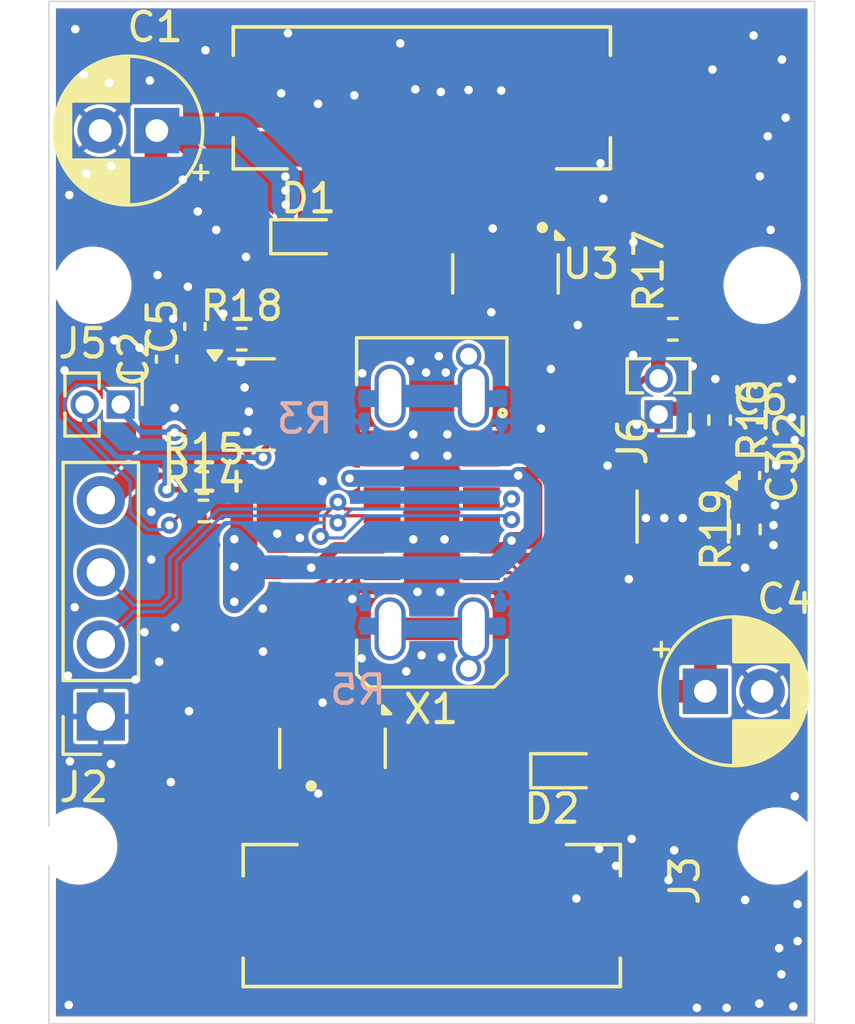
<source format=kicad_pcb>
(kicad_pcb (version 20241229) (generator "pcbnew") (generator_version "9.0")
  (layers (0 "F.Cu" signal) (4 "In1.Cu" signal) (6 "In2.Cu" signal) (2 "B.Cu" signal) (13 "F.Paste" user) (15 "B.Paste" user) (5 "F.SilkS" user "F.Silkscreen") (7 "B.SilkS" user "B.Silkscreen") (1 "F.Mask" user) (3 "B.Mask" user) (25 "Edge.Cuts" user))
  (net 0 "")
  (net 1 "VOUT1")
  (net 2 "GND")
  (net 3 "VBUS")
  (net 4 "VOUT2")
  (net 5 "RX1-")
  (net 6 "RX1+")
  (net 7 "TX1+")
  (net 8 "D+")
  (net 9 "TX1-")
  (net 10 "D-")
  (net 11 "nFLT1")
  (net 12 "EN1")
  (net 13 "EN2")
  (net 14 "nFLT2")
  (net 15 "2_D-")
  (net 16 "TX2+")
  (net 17 "2_D+")
  (net 18 "RX2+")
  (net 19 "RX2-")
  (net 20 "TX2-")
  (net 21 "Shield")
  (net 22 "Net-(U1-ILIM)")
  (net 23 "Net-(U2-ILIM)")
  (net 28 "1_D+")
  (net 29 "1_D-")
  (footprint "Capacitor_SMD:C_0402_1005Metric" (layer "F.Cu") (at 25.09 15.199999)
    (property "Reference" "C6")
    (property "Value" "10 u")
  )
  (footprint "MountingHole:MountingHole_2.5mm" (layer "F.Cu") (at 1.05 29.75)
    (property "Reference" "REF**" (hide yes))
    (property "Value" "MountingHole_2.5mm" (hide yes))
  )
  (footprint "myLib8:DFN-14_1.35x3.5mm_P0.5mm" (layer "F.Cu") (at 16.1 9.6 -90)
    (property "Reference" "U3")
    (property "Value" "SP3012-06UTG" (hide yes))
  )
  (footprint "MountingHole:MountingHole_2.5mm" (layer "F.Cu") (at 25.65 29.75)
    (property "Reference" "REF**" (hide yes))
    (property "Value" "MountingHole_2.5mm" (hide yes))
  )
  (footprint "Resistor_SMD:R_0402_1005Metric" (layer "F.Cu") (at 6.8 11.9)
    (property "Reference" "R18")
    (property "Value" "18 k")
  )
  (footprint "Connector_USB:USB_C_Receptacle_JAE_DX07S024WJ3R400" (layer "F.Cu") (at 13.5 18 -90)
    (property "Reference" "X1")
    (property "Value" "USB_C_24pins" (hide yes))
  )
  (footprint "Resistor_SMD:R_0402_1005Metric" (layer "F.Cu") (at 23.65 14.749999 -90)
    (property "Reference" "R16")
    (property "Value" "100k")
  )
  (footprint "Package_TO_SOT_SMD:SOT-23-6_Handsoldering" (layer "F.Cu") (at 22.35 18.149999 -90)
    (property "Reference" "U2")
    (property "Value" "~")
  )
  (footprint "Diode_SMD:D_SOD-523" (layer "F.Cu") (at 9.0825 8.29)
    (property "Reference" "D1")
    (property "Value" "D_TVS")
  )
  (footprint "myLib8:DFN-14_1.35x3.5mm_P0.5mm" (layer "F.Cu") (at 10 26.312501 -90)
    (property "Reference" "U4" (hide yes))
    (property "Value" "SP3012-06UTG" (hide yes))
  )
  (footprint "Resistor_SMD:R_0402_1005Metric" (layer "F.Cu") (at 24.7 18.599999 90)
    (property "Reference" "R19")
    (property "Value" "18 k")
  )
  (footprint "Connector_PinSocket_2.54mm:PinSocket_1x04_P2.54mm_Vertical" (layer "F.Cu") (at 1.83 25.19 180)
    (property "Reference" "J2")
    (property "Value" "Conn_01x04_Socket" (hide yes))
  )
  (footprint "Connector_PinHeader_1.27mm:PinHeader_1x02_P1.27mm_Vertical" (layer "F.Cu") (at 21.5 14.549999 180)
    (property "Reference" "J6")
    (property "Value" "Conn_01x02_Socket" (hide yes))
  )
  (footprint "Capacitor_THT:CP_Radial_D5.0mm_P2.00mm" (layer "F.Cu") (at 23.15 24.3)
    (property "Reference" "C4")
    (property "Value" "120 uF" (hide yes))
  )
  (footprint "Connector_PinHeader_1.27mm:PinHeader_1x02_P1.27mm_Vertical" (layer "F.Cu") (at 2.53 14.2 -90)
    (property "Reference" "J5")
    (property "Value" "Conn_01x02_Socket" (hide yes))
  )
  (footprint "my8lib:HRS_TF31-18S-0.5SH_800_" (layer "F.Cu") (at 13.5 32.2 180)
    (property "Reference" "J3")
    (property "Value" "TF31-18S-0.5SH_800_" (hide yes))
  )
  (footprint "MountingHole:MountingHole_2.5mm" (layer "F.Cu") (at 1.55 10)
    (property "Reference" "REF**" (hide yes))
    (property "Value" "MountingHole_2.5mm" (hide yes))
  )
  (footprint "Resistor_SMD:R_0402_1005Metric" (layer "F.Cu") (at 5.45 16.95)
    (property "Reference" "R15")
    (property "Value" "100k")
  )
  (footprint "Capacitor_SMD:C_0402_1005Metric" (layer "F.Cu") (at 5.15 11.45 90)
    (property "Reference" "C5")
    (property "Value" "10 u")
  )
  (footprint "MountingHole:MountingHole_2.5mm" (layer "F.Cu") (at 25.15 10)
    (property "Reference" "REF**" (hide yes))
    (property "Value" "MountingHole_2.5mm" (hide yes))
  )
  (footprint "Resistor_SMD:R_0402_1005Metric" (layer "F.Cu") (at 5.45 17.95)
    (property "Reference" "R14")
    (property "Value" "100k")
  )
  (footprint "Capacitor_SMD:C_0402_1005Metric" (layer "F.Cu") (at 24.7 16.700002 -90)
    (property "Reference" "C3")
    (property "Value" "0.1")
  )
  (footprint "my8lib:HRS_TF31-18S-0.5SH_800_" (layer "F.Cu") (at 13.15 3.4)
    (property "Reference" "J1" (hide yes))
    (property "Value" "TF31-18S-0.5SH_800_" (hide yes))
  )
  (footprint "Package_TO_SOT_SMD:SOT-23-6_Handsoldering" (layer "F.Cu") (at 7.05 14.2)
    (property "Reference" "U1" (hide yes))
    (property "Value" "~")
  )
  (footprint "Resistor_SMD:R_0402_1005Metric" (layer "F.Cu") (at 21.999999 11.55)
    (property "Reference" "R17")
    (property "Value" "100k")
  )
  (footprint "Capacitor_THT:CP_Radial_D5.0mm_P2.00mm" (layer "F.Cu") (at 3.805113 4.55 180)
    (property "Reference" "C1")
    (property "Value" "120 uF")
  )
  (footprint "Capacitor_SMD:C_0402_1005Metric" (layer "F.Cu") (at 4.15 12.6 90)
    (property "Reference" "C2")
    (property "Value" "0.1")
  )
  (footprint "Diode_SMD:D_SOD-523" (layer "F.Cu") (at 18.25 27.1)
    (property "Reference" "D2")
    (property "Value" "D_TVS")
  )
  (footprint "Resistor_SMD:R_0201_0603Metric_Pad0.64x0.40mm_HandSolder" (layer "B.Cu") (at 15.91 21.6 90)
    (property "Reference" "R2" (hide yes))
    (property "Value" "0")
  )
  (footprint "Resistor_SMD:R_0201_0603Metric_Pad0.64x0.40mm_HandSolder" (layer "B.Cu") (at 15.96 14.39 -90)
    (property "Reference" "R1" (hide yes))
    (property "Value" "0")
  )
  (footprint "Resistor_SMD:R_0201_0603Metric_Pad0.64x0.40mm_HandSolder" (layer "B.Cu") (at 11.12 14.4 -90)
    (property "Reference" "R3")
    (property "Value" "0")
  )
  (footprint "Resistor_SMD:R_0201_0603Metric_Pad0.64x0.40mm_HandSolder" (layer "B.Cu") (at 11.15 21.59 90)
    (property "Reference" "R5")
    (property "Value" "0")
  )
  (gr_rect (start 0 0) (end 27 36) (stroke (width 0.05)) (fill no) (layer "Edge.Cuts"))
  (segment (start 3.773 7.223) (end 3.773 4.582113) (width 0.8) (layer "F.Cu") (net 1))
  (segment (start 9.19 12.87) (end 9.19 11.64) (width 0.8) (layer "F.Cu") (net 1))
  (segment (start 7.01 10.46) (end 3.773 7.223) (width 0.8) (layer "F.Cu") (net 1))
  (segment (start 8.35 6.67) (end 8.34 6.66) (width 0.6) (layer "F.Cu") (net 1))
  (segment (start 8.35 7.17) (end 8.35 7.16) (width 0.6) (layer "F.Cu") (net 1))
  (segment (start 9.19 11.64) (end 8.01 10.46) (width 0.8) (layer "F.Cu") (net 1))
  (segment (start 8.35 7.16) (end 8.35 8.2575) (width 0.6) (layer "F.Cu") (net 1))
  (segment (start 8.35 8.2575) (end 8.3825 8.29) (width 0.6) (layer "F.Cu") (net 1))
  (segment (start 4.33 4.55) (end 3.805113 4.55) (width 0.6) (layer "F.Cu") (net 1))
  (segment (start 8.34 6.6) (end 8.34 6.17) (width 0.6) (layer "F.Cu") (net 1))
  (segment (start 8.3825 8.29) (end 8.07 8.29) (width 0.6) (layer "F.Cu") (net 1))
  (segment (start 8.07 8.29) (end 4.33 4.55) (width 0.6) (layer "F.Cu") (net 1))
  (segment (start 9.4 6.6) (end 8.9 6.6) (width 0.4) (layer "F.Cu") (net 1))
  (segment (start 8.01 10.46) (end 7.01 10.46) (width 0.8) (layer "F.Cu") (net 1))
  (segment (start 8.9 6.6) (end 8.34 6.6) (width 0.6) (layer "F.Cu") (net 1))
  (segment (start 8.34 6.17) (end 8.34 6.66) (width 0.6) (layer "F.Cu") (net 1))
  (segment (start 8.36 7.18) (end 8.35 7.17) (width 0.6) (layer "F.Cu") (net 1))
  (segment (start 3.773 4.582113) (end 3.805113 4.55) (width 0.8) (layer "F.Cu") (net 1))
  (segment (start 8.79 13.27) (end 9.19 12.87) (width 0.8) (layer "F.Cu") (net 1))
  (segment (start 8.35 7.16) (end 8.35 6.67) (width 0.6) (layer "F.Cu") (net 1))
  (via (at 8.34 6.17) (size 0.6) (drill 0.3) (layers "F.Cu" "B.Cu") (net 1))
  (via (at 8.35 7.16) (size 0.6) (drill 0.3) (layers "F.Cu" "B.Cu") (net 1))
  (via (at 8.34 6.66) (size 0.6) (drill 0.3) (layers "F.Cu" "B.Cu") (net 1))
  (segment (start 8.35 6.18) (end 8.34 6.17) (width 0.6) (layer "B.Cu") (net 1))
  (segment (start 8.34 6.17) (end 6.72 4.55) (width 1) (layer "B.Cu") (net 1))
  (segment (start 8.35 7.16) (end 8.35 6.18) (width 1) (layer "B.Cu") (net 1))
  (segment (start 6.72 4.55) (end 3.805113 4.55) (width 1) (layer "B.Cu") (net 1))
  (segment (start 15.25 20.75) (end 15.71 20.75) (width 0.25) (layer "F.Cu") (net 2))
  (segment (start 15.8225 20.8625) (end 15.8225 21.16) (width 0.25) (layer "F.Cu") (net 2))
  (segment (start 15.71 20.75) (end 15.8225 20.8625) (width 0.25) (layer "F.Cu") (net 2))
  (segment (start 15.71 20.75) (end 15.79 20.83) (width 0.25) (layer "F.Cu") (net 2))
  (via (at 20.73 14.91) (size 0.6) (drill 0.3) (layers "F.Cu" "B.Cu") (net 2))
  (via (at 13.85 23.1) (size 0.6) (drill 0.3) (layers "F.Cu" "B.Cu") (net 2))
  (via (at 17.7 12.95) (size 0.6) (drill 0.3) (layers "F.Cu" "B.Cu") (net 2))
  (via (at 4.3 27.5) (size 0.6) (drill 0.3) (layers "F.Cu" "B.Cu") (net 2))
  (via (at 4.72 6.28) (size 0.6) (drill 0.3) (layers "F.Cu" "B.Cu") (net 2))
  (via (at 5.25 7.4) (size 0.6) (drill 0.3) (layers "F.Cu" "B.Cu") (net 2))
  (via (at 23.4 2.4) (size 0.6) (drill 0.3) (layers "F.Cu" "B.Cu") (net 2))
  (via (at 9.49 3.61) (size 0.6) (drill 0.3) (layers "F.Cu" "B.Cu") (net 2))
  (via (at 12.92 3.1) (size 0.6) (drill 0.3) (layers "F.Cu" "B.Cu") (net 2))
  (via (at 6.15 11) (size 0.6) (drill 0.3) (layers "F.Cu" "B.Cu") (net 2))
  (via (at 0.7 35.35) (size 0.6) (drill 0.3) (layers "F.Cu" "B.Cu") (net 2))
  (via (at 10.7 21.05) (size 0.6) (drill 0.3) (layers "F.Cu" "B.Cu") (net 2))
  (via (at 25.83 34.27) (size 0.6) (drill 0.3) (layers "F.Cu" "B.Cu") (net 2))
  (via (at 3.05 23.89) (size 0.6) (drill 0.3) (layers "F.Cu" "B.Cu") (net 2))
  (via (at 25.35 4.75) (size 0.6) (drill 0.3) (layers "F.Cu" "B.Cu") (net 2))
  (via (at 22.700001 12.850001) (size 0.6) (drill 0.3) (layers "F.Cu" "B.Cu") (net 2))
  (via (at 4.38 11.18) (size 0.6) (drill 0.3) (layers "F.Cu" "B.Cu") (net 2))
  (via (at 4.9 10.05) (size 0.6) (drill 0.3) (layers "F.Cu" "B.Cu") (net 2))
  (via (at 8.19 3.24) (size 0.6) (drill 0.3) (layers "F.Cu" "B.Cu") (net 2))
  (via (at 18.65 11.4) (size 0.6) (drill 0.3) (layers "F.Cu" "B.Cu") (net 2))
  (via (at 3.2 12.2) (size 0.6) (drill 0.3) (layers "F.Cu" "B.Cu") (net 2))
  (via (at 19.45 5.7) (size 0.6) (drill 0.3) (layers "F.Cu" "B.Cu") (net 2))
  (via (at 0.67 23.75) (size 0.6) (drill 0.3) (layers "F.Cu" "B.Cu") (net 2))
  (via (at 24.55 31.65) (size 0.6) (drill 0.3) (layers "F.Cu" "B.Cu") (net 2))
  (via (at 20.55 29.5) (size 0.6) (drill 0.3) (layers "F.Cu" "B.Cu") (net 2))
  (via (at 0.91 21.34) (size 0.6) (drill 0.3) (layers "F.Cu" "B.Cu") (net 2))
  (via (at 3.83 9.64) (size 0.6) (drill 0.3) (layers "F.Cu" "B.Cu") (net 2))
  (via (at 15.6 10.95) (size 0.6) (drill 0.3) (layers "F.Cu" "B.Cu") (net 2))
  (via (at 2.2 5.8) (size 0.6) (drill 0.3) (layers "F.Cu" "B.Cu") (net 2))
  (via (at 3.89 23.26) (size 0.6) (drill 0.3) (layers "F.Cu" "B.Cu") (net 2))
  (via (at 10.77 3.31) (size 0.6) (drill 0.3) (layers "F.Cu" "B.Cu") (net 2))
  (via (at 25.05 35.3) (size 0.6) (drill 0.3) (layers "F.Cu" "B.Cu") (net 2))
  (via (at 2.31 11.94) (size 0.6) (drill 0.3) (layers "F.Cu" "B.Cu") (net 2))
  (via (at 12.9 16) (size 0.6) (drill 0.3) (layers "F.Cu" "B.Cu") (net 2))
  (via (at 15.95 3.14) (size 0.6) (drill 0.3) (layers "F.Cu" "B.Cu") (net 2))
  (via (at 13.95 18.95) (size 0.6) (drill 0.3) (layers "F.Cu" "B.Cu") (net 2))
  (via (at 21.05 18.200001) (size 0.6) (drill 0.3) (layers "F.Cu" "B.Cu") (net 2))
  (via (at 25.07 6.16) (size 0.6) (drill 0.3) (layers "F.Cu" "B.Cu") (net 2))
  (via (at 1.32 6.07) (size 0.6) (drill 0.3) (layers "F.Cu" "B.Cu") (net 2))
  (via (at 13.14 23.03) (size 0.6) (drill 0.3) (layers "F.Cu" "B.Cu") (net 2))
  (via (at 4.45 22.05) (size 0.6) (drill 0.3) (layers "F.Cu" "B.Cu") (net 2))
  (via (at 13.82 3.19) (size 0.6) (drill 0.3) (layers "F.Cu" "B.Cu") (net 2))
  (via (at 3.61 17.98) (size 0.6) (drill 0.3) (layers "F.Cu" "B.Cu") (net 2))
  (via (at 13.8 20.8) (size 0.6) (drill 0.3) (layers "F.Cu" "B.Cu") (net 2))
  (via (at 0.93 0.98) (size 0.6) (drill 0.3) (layers "F.Cu" "B.Cu") (net 2))
  (via (at 26.3 28) (size 0.6) (drill 0.3) (layers "F.Cu" "B.Cu") (net 2))
  (via (at 26.2 13.3) (size 0.6) (drill 0.3) (layers "F.Cu" "B.Cu") (net 2))
  (via (at 20.6 12.45) (size 0.6) (drill 0.3) (layers "F.Cu" "B.Cu") (net 2))
  (via (at 22.65 15.199999) (size 0.6) (drill 0.3) (layers "F.Cu" "B.Cu") (net 2))
  (via (at 12.85 18.95) (size 0.6) (drill 0.3) (layers "F.Cu" "B.Cu") (net 2))
  (via (at 26.199999 14.657001) (size 0.6) (drill 0.3) (layers "F.Cu" "B.Cu") (net 2))
  (via (at 1.22 2.58) (size 0.6) (drill 0.3) (layers "F.Cu" "B.Cu") (net 2))
  (via (at 12.737755 12.666491) (size 0.6) (drill 0.3) (layers "F.Cu" "B.Cu") (net 2))
  (via (at 19.4 29.85) (size 0.6) (drill 0.3) (layers "F.Cu" "B.Cu") (net 2))
  (via (at 8.43 1.12) (size 0.6) (drill 0.3) (layers "F.Cu" "B.Cu") (net 2))
  (via (at 19.7 16.35) (size 0.6) (drill 0.3) (layers "F.Cu" "B.Cu") (net 2))
  (via (at 9.65 24.7) (size 0.6) (drill 0.3) (layers "F.Cu" "B.Cu") (net 2))
  (via (at 25.75 33.35) (size 0.6) (drill 0.3) (layers "F.Cu" "B.Cu") (net 2))
  (via (at 12.39 1.48) (size 0.6) (drill 0.3) (layers "F.Cu" "B.Cu") (net 2))
  (via (at 12.85 15.25) (size 0.6) (drill 0.3) (layers "F.Cu" "B.Cu") (net 2))
  (via (at 0.55 13) (size 0.6) (drill 0.3) (layers "F.Cu" "B.Cu") (net 2))
  (via (at 26.4 31.8) (size 0.6) (drill 0.3) (layers "F.Cu" "B.Cu") (net 2))
  (via (at 25.45 8.05) (size 0.6) (drill 0.3) (layers "F.Cu" "B.Cu") (net 2))
  (via (at 24.55 19.95) (size 0.6) (drill 0.3) (layers "F.Cu" "B.Cu") (net 2))
  (via (at 20 30.45) (size 0.6) (drill 0.3) (layers "F.Cu" "B.Cu") (net 2))
  (via (at 26.25 35.4) (size 0.6) (drill 0.3) (layers "F.Cu" "B.Cu") (net 2))
  (via (at 6.95 9) (size 0.6) (drill 0.3) (layers "F.Cu" "B.Cu") (net 2))
  (via (at 25.98 4.1) (size 0.6) (drill 0.3) (layers "F.Cu" "B.Cu") (net 2))
  (via (at 0.72 6.82) (size 0.6) (drill 0.3) (layers "F.Cu" "B.Cu") (net 2))
  (via (at 15.65 8) (size 0.6) (drill 0.3) (layers "F.Cu" "B.Cu") (net 2))
  (via (at 26.300001 15.45) (size 0.6) (drill 0.3) (layers "F.Cu" "B.Cu") (net 2))
  (via (at 21.699999 18.2) (size 0.6) (drill 0.3) (layers "F.Cu" "B.Cu") (net 2))
  (via (at 14.05 15.25) (size 0.6) (drill 0.3) (layers "F.Cu" "B.Cu") (net 2))
  (via (at 13 20.8) (size 0.6) (drill 0.3) (layers "F.Cu" "B.Cu") (net 2))
  (via (at 13.3 13.073) (size 0.6) (drill 0.3) (layers "F.Cu" "B.Cu") (net 2))
  (via (at 13.75 12.5) (size 0.6) (drill 0.3) (layers "F.Cu" "B.Cu") (net 2))
  (via (at 8.85 18.9) (size 0.6) (drill 0.3) (layers "F.Cu" "B.Cu") (net 2))
  (via (at 9.65 16.9) (size 0.6) (drill 0.3) (layers "F.Cu" "B.Cu") (net 2))
  (via (at 7.55 22.9) (size 0.6) (drill 0.3) (layers "F.Cu" "B.Cu") (net 2))
  (via (at 8.05 18.75) (size 0.6) (drill 0.3) (layers "F.Cu" "B.Cu") (net 2))
  (via (at 14.8 3.12) (size 0.6) (drill 0.3) (layers "F.Cu" "B.Cu") (net 2))
  (via (at 9.5 27.9) (size 0.6) (drill 0.3) (layers "F.Cu" "B.Cu") (net 2))
  (via (at 3.61 19.66) (size 0.6) (drill 0.3) (layers "F.Cu" "B.Cu") (net 2))
  (via (at 13.993 13.073) (size 0.6) (drill 0.3) (layers "F.Cu" "B.Cu") (net 2))
  (via (at 7.05 14.45) (size 0.6) (drill 0.3) (layers "F.Cu" "B.Cu") (net 2))
  (via (at 4.428528 14.328528) (size 0.6) (drill 0.3) (layers "F.Cu" "B.Cu") (net 2))
  (via (at 5.52 1.72) (size 0.6) (drill 0.3) (layers "F.Cu" "B.Cu") (net 2))
  (via (at 22.35 18.2) (size 0.6) (drill 0.3) (layers "F.Cu" "B.Cu") (net 2))
  (via (at 7 15.15) (size 0.6) (drill 0.3) (layers "F.Cu" "B.Cu") (net 2))
  (via (at 4.94 25) (size 0.6) (drill 0.3) (layers "F.Cu" "B.Cu") (net 2))
  (via (at 18.6 31.6) (size 0.6) (drill 0.3) (layers "F.Cu" "B.Cu") (net 2))
  (via (at 24.85 1.2) (size 0.6) (drill 0.3) (layers "F.Cu" "B.Cu") (net 2))
  (via (at 12.6 23.6) (size 0.6) (drill 0.3) (layers "F.Cu" "B.Cu") (net 2))
  (via (at 3.37 22.22) (size 0.6) (drill 0.3) (layers "F.Cu" "B.Cu") (net 2))
  (via (at 6.770884 12.707133) (size 0.6) (drill 0.3) (layers "F.Cu" "B.Cu") (net 2))
  (via (at 14.05 16) (size 0.6) (drill 0.3) (layers "F.Cu" "B.Cu") (net 2))
  (via (at 11.03 23.14) (size 0.6) (drill 0.3) (layers "F.Cu" "B.Cu") (net 2))
  (via (at 6.9 13.6) (size 0.6) (drill 0.3) (layers "F.Cu" "B.Cu") (net 2))
  (via (at 11.05 13.1) (size 0.6) (drill 0.3) (layers "F.Cu" "B.Cu") (net 2))
  (via (at 17.35 15.05) (size 0.6) (drill 0.3) (layers "F.Cu" "B.Cu") (net 2))
  (via (at 25.650001 16.35) (size 0.6) (drill 0.3) (layers "F.Cu" "B.Cu") (net 2))
  (via (at 25.55 18.449999) (size 0.6) (drill 0.3) (layers "F.Cu" "B.Cu") (net 2))
  (via (at 26.4 33.1) (size 0.6) (drill 0.3) (layers "F.Cu" "B.Cu") (net 2))
  (via (at 19.55 6.95) (size 0.6) (drill 0.3) (layers "F.Cu" "B.Cu") (net 2))
  (via (at 3.56 2.79) (size 0.6) (drill 0.3) (layers "F.Cu" "B.Cu") (net 2))
  (via (at 20.449999 20.349999) (size 0.6) (drill 0.3) (layers "F.Cu" "B.Cu") (net 2))
  (via (at 0.74 26.77) (size 0.6) (drill 0.3) (layers "F.Cu" "B.Cu") (net 2))
  (via (at 25.55 19.150001) (size 0.6) (drill 0.3) (layers "F.Cu" "B.Cu") (net 2))
  (via (at 25.6 17.75) (size 0.6) (drill 0.3) (layers "F.Cu" "B.Cu") (net 2))
  (via (at 22.85 35.45) (size 0.6) (drill 0.3) (layers "F.Cu" "B.Cu") (net 2))
  (via (at 2.19 26.86) (size 0.6) (drill 0.3) (layers "F.Cu" "B.Cu") (net 2))
  (via (at 2.12 2.87) (size 0.6) (drill 0.3) (layers "F.Cu" "B.Cu") (net 2))
  (via (at 25.85 2.05) (size 0.6) (drill 0.3) (layers "F.Cu" "B.Cu") (net 2))
  (via (at 23.9 35.45) (size 0.6) (drill 0.3) (layers "F.Cu" "B.Cu") (net 2))
  (via (at 20.61 8.48) (size 0.6) (drill 0.3) (layers "F.Cu" "B.Cu") (net 2))
  (via (at 21.85 30.95) (size 0.6) (drill 0.3) (layers "F.Cu" "B.Cu") (net 2))
  (via (at 5.9 8.05) (size 0.6) (drill 0.3) (layers "F.Cu" "B.Cu") (net 2))
  (via (at 23.5 13.299999) (size 0.6) (drill 0.3) (layers "F.Cu" "B.Cu") (net 2))
  (via (at 7.54 21.39) (size 0.6) (drill 0.3) (layers "F.Cu" "B.Cu") (net 2))
  (via (at 22.05 29.9) (size 0.6) (drill 0.3) (layers "F.Cu" "B.Cu") (net 2))
  (segment (start 23.59 16.51) (end 23.3 16.8) (width 0.5) (layer "F.Cu") (net 3))
  (segment (start 6.311 16.102) (end 4.142396 16.102) (width 0.8) (layer "F.Cu") (net 3))
  (segment (start 4.3875 13.2) (end 5.64 13.2) (width 0.6) (layer "F.Cu") (net 3))
  (segment (start 25.08 13.83) (end 25.18 13.829999) (width 0.5) (layer "F.Cu") (net 3))
  (segment (start 5.96 16.95) (end 6.75 16.95) (width 0.5) (layer "F.Cu") (net 3))
  (segment (start 6.943554 18.943554) (end 6.95 18.95) (width 0.8) (layer "F.Cu") (net 3))
  (segment (start 24.61 14.399999) (end 25.18 13.829999) (width 0.8) (layer "F.Cu") (net 3))
  (segment (start 6.8 18.680554) (end 6.8 17.9) (width 0.8) (layer "F.Cu") (net 3))
  (segment (start 24.61 15.2) (end 23.71 15.2) (width 0.5) (layer "F.Cu") (net 3))
  (segment (start 7.210554 19.9) (end 7.210554 20.476446) (width 0.8) (layer "F.Cu") (net 3))
  (segment (start 5.7 13.25) (end 6.07 13.25) (width 0.5) (layer "F.Cu") (net 3))
  (segment (start 22.95 11.7) (end 25.08 13.83) (width 0.5) (layer "F.Cu") (net 3))
  (segment (start 16.313481 18.991601) (end 16.908399 18.991601) (width 0.6) (layer "F.Cu") (net 3))
  (segment (start 19.5 11.9) (end 19.5 14.15) (width 0.6) (layer "F.Cu") (net 3))
  (segment (start 7.210554 19.617108) (end 7.210554 19.9) (width 0.8) (layer "F.Cu") (net 3))
  (segment (start 5.96 17.95) (end 6.75 17.95) (width 0.5) (layer "F.Cu") (net 3))
  (segment (start 5.73 13.29) (end 5.76 13.32) (width 0.5) (layer "F.Cu") (net 3))
  (segment (start 3.84 15.799604) (end 2.352604 17.287) (width 0.8) (layer "F.Cu") (net 3))
  (segment (start 6.95 19.5) (end 6.537 19.913) (width 0.8) (layer "F.Cu") (net 3))
  (segment (start 1.800001 17.870001) (end 1.8 17.870001) (width 0.112) (layer "F.Cu") (net 3))
  (segment (start 6.07 13.25) (end 6.09 13.27) (width 0.5) (layer "F.Cu") (net 3))
  (segment (start 6.537 18.943554) (end 6.8 18.680554) (width 0.8) (layer "F.Cu") (net 3))
  (segment (start 4.2975 13.29) (end 4.3875 13.2) (width 0.6) (layer "F.Cu") (net 3))
  (segment (start 16.7 16.7) (end 16.55 16.7) (width 0.6) (layer "F.Cu") (net 3))
  (segment (start 23.59 15.32) (end 23.59 16.51) (width 0.5) (layer "F.Cu") (net 3))
  (segment (start 16.313481 18.991601) (end 16.055082 19.25) (width 0.4) (layer "F.Cu") (net 3))
  (segment (start 11.750001 16.75) (end 10.65 16.75) (width 0.4) (layer "F.Cu") (net 3))
  (segment (start 3.54 16.2) (end 3.489802 16.149802) (width 0.8) (layer "F.Cu") (net 3))
  (segment (start 16.313481 18.991601) (end 16.258399 18.991601) (width 0.4) (layer "F.Cu") (net 3))
  (segment (start 22.509998 11.55) (end 22.509998 10.809998) (width 0.6) (layer "F.Cu") (net 3))
  (segment (start 24.61 15.5) (end 24.7 15.590001) (width 0.5) (layer "F.Cu") (net 3))
  (segment (start 17.1 17.1) (end 16.825 16.825) (width 0.6) (layer "F.Cu") (net 3))
  (segment (start 7.260554 19.95) (end 7.210554 19.9) (width 0.8) (layer "F.Cu") (net 3))
  (segment (start 6.75 17.95) (end 6.8 17.9) (width 0.5) (layer "F.Cu") (net 3))
  (segment (start 22.3 10.6) (end 20.8 10.6) (width 0.6) (layer "F.Cu") (net 3))
  (segment (start 2.352604 17.287) (end 1.83 17.287) (width 0.8) (layer "F.Cu") (net 3))
  (segment (start 3.6 15.559604) (end 3.84 15.799604) (width 0.8) (layer "F.Cu") (net 3))
  (segment (start 6.537 21.15) (end 6.537 19.363) (width 0.8) (layer "F.Cu") (net 3))
  (segment (start 16.5 16.75) (end 15.249999 16.75) (width 0.4) (layer "F.Cu") (net 3))
  (segment (start 23.650001 15.259999) (end 23.59 15.32) (width 0.5) (layer "F.Cu") (net 3))
  (segment (start 9.25 19.95) (end 7.260554 19.95) (width 0.8) (layer "F.Cu") (net 3))
  (segment (start 6.8 16.591) (end 6.311 16.102) (width 0.8) (layer "F.Cu") (net 3))
  (segment (start 4.142396 16.102) (end 3.84 15.799604) (width 0.8) (layer "F.Cu") (net 3))
  (segment (start 6.537 21.15) (end 6.537 18.943554) (width 0.2) (layer "F.Cu") (net 3))
  (segment (start 6.537 21.15) (end 6.537 19.913) (width 0.8) (layer "F.Cu") (net 3))
  (segment (start 6.537 18.943554) (end 7.210554 19.617108) (width 0.8) (layer "F.Cu") (net 3))
  (segment (start 6.537 18.943554) (end 6.943554 18.943554) (width 0.8) (layer "F.Cu") (net 3))
  (segment (start 7.210554 20.476446) (end 6.537 21.15) (width 0.8) (layer "F.Cu") (net 3))
  (segment (start 10.1 19.25) (end 11.750001 19.25) (width 0.4) (layer "F.Cu") (net 3))
  (segment (start 6.8 17) (end 6.8 16.591) (width 0.8) (layer "F.Cu") (net 3))
  (segment (start 23.71 15.2) (end 23.650001 15.259999) (width 0.5) (layer "F.Cu") (net 3))
  (segment (start 4.2975 13.29) (end 3.6 13.9875) (width 0.8) (layer "F.Cu") (net 3))
  (segment (start 6.95 19.5) (end 6.95 18.95) (width 0.8) (layer "F.Cu") (net 3))
  (segment (start 17.1 18.8) (end 17.1 17.1) (width 0.6) (layer "F.Cu") (net 3))
  (segment (start 20.8 10.6) (end 19.5 11.9) (width 0.6) (layer "F.Cu") (net 3))
  (segment (start 9.264393 19.935607) (end 9.414393 19.935607) (width 0.4) (layer "F.Cu") (net 3))
  (segment (start 24.7 15.590001) (end 24.7 16.219999) (width 0.5) (layer "F.Cu") (net 3))
  (segment (start 9.25 19.95) (end 9.264393 19.935607) (width 0.4) (layer "F.Cu") (net 3))
  (segment (start 6.75 16.95) (end 6.8 17) (width 0.5) (layer "F.Cu") (net 3))
  (segment (start 24.61 15.5) (end 24.61 14.399999) (width 0.8) (layer "F.Cu") (net 3))
  (segment (start 9.414393 19.935607) (end 10.1 19.25) (width 0.4) (layer "F.Cu") (net 3))
  (segment (start 6.537 19.363) (end 6.95 18.95) (width 0.8) (layer "F.Cu") (net 3))
  (segment (start 5.64 13.2) (end 5.73 13.29) (width 0.6) (layer "F.Cu") (net 3))
  (segment (start 6.8 17.9) (end 6.8 17) (width 0.8) (layer "F.Cu") (net 3))
  (segment (start 5.15 12.7) (end 5.7 13.25) (width 0.5) (layer "F.Cu") (net 3))
  (segment (start 16.825 16.825) (end 16.7 16.7) (width 0.6) (layer "F.Cu") (net 3))
  (segment (start 22.509998 10.809998) (end 22.3 10.6) (width 0.6) (layer "F.Cu") (net 3))
  (segment (start 16.055082 19.25) (end 15.249999 19.25) (width 0.4) (layer "F.Cu") (net 3))
  (segment (start 16.55 16.7) (end 16.5 16.75) (width 0.4) (layer "F.Cu") (net 3))
  (segment (start 22.659999 11.7) (end 22.95 11.7) (width 0.5) (layer "F.Cu") (net 3))
  (segment (start 3.6 13.9875) (end 3.6 15.559604) (width 0.8) (layer "F.Cu") (net 3))
  (segment (start 16.908399 18.991601) (end 17.1 18.8) (width 0.6) (layer "F.Cu") (net 3))
  (segment (start 5.15 11.93) (end 5.15 12.7) (width 0.5) (layer "F.Cu") (net 3))
  (segment (start 10.65 16.75) (end 10.6 16.8) (width 0.4) (layer "F.Cu") (net 3))
  (segment (start 19.5 14.15) (end 16.825 16.825) (width 0.6) (layer "F.Cu") (net 3))
  (via (at 16.313481 18.991601) (size 0.6) (drill 0.3) (layers "F.Cu" "B.Cu") (net 3))
  (via (at 6.537 18.943554) (size 0.6) (drill 0.3) (layers "F.Cu" "B.Cu") (net 3))
  (via (at 6.537 19.913) (size 0.6) (drill 0.3) (layers "F.Cu" "B.Cu") (net 3))
  (via (at 9.25 19.95) (size 0.6) (drill 0.3) (layers "F.Cu" "B.Cu") (net 3))
  (via (at 10.6 16.8) (size 0.6) (drill 0.3) (layers "F.Cu" "B.Cu") (net 3))
  (via (at 16.55 16.7) (size 0.6) (drill 0.3) (layers "F.Cu" "B.Cu") (net 3))
  (via (at 6.537 21.15) (size 0.6) (drill 0.3) (layers "F.Cu" "B.Cu") (net 3))
  (segment (start 6.537 18.943554) (end 6.537 19.913) (width 0.8) (layer "B.Cu") (net 3))
  (segment (start 1.800001 17.870001) (end 1.8 17.870001) (width 0.112) (layer "B.Cu") (net 3))
  (segment (start 8.33 19.95) (end 8.774604 19.95) (width 0.8) (layer "B.Cu") (net 3))
  (segment (start 6.537 21.15) (end 6.537 19.913) (width 0.8) (layer "B.Cu") (net 3))
  (segment (start 17.04192 17.19192) (end 16.55 16.7) (width 0.6) (layer "B.Cu") (net 3))
  (segment (start 8.293 19.913) (end 8.33 19.95) (width 0.8) (layer "B.Cu") (net 3))
  (segment (start 6.537 19.913) (end 8.293 19.913) (width 0.8) (layer "B.Cu") (net 3))
  (segment (start 6.537 18.943554) (end 7.210554 19.617108) (width 0.8) (layer "B.Cu") (net 3))
  (segment (start 10.6 16.8) (end 16.45 16.8) (width 0.6) (layer "B.Cu") (net 3))
  (segment (start 16.456554 19.25) (end 17.04192 18.664634) (width 0.6) (layer "B.Cu") (net 3))
  (segment (start 17.04192 18.664634) (end 17.04192 17.19192) (width 0.6) (layer "B.Cu") (net 3))
  (segment (start 15.757922 19.948632) (end 16.456554 19.25) (width 0.8) (layer "B.Cu") (net 3))
  (segment (start 9.25 19.95) (end 9 19.95) (width 0.8) (layer "B.Cu") (net 3))
  (segment (start 7.210554 20.476446) (end 6.537 21.15) (width 0.8) (layer "B.Cu") (net 3))
  (segment (start 9.25 19.95) (end 9.814393 19.95) (width 0.8) (layer "B.Cu") (net 3))
  (segment (start 9.814393 19.95) (end 9.815761 19.948632) (width 0.8) (layer "B.Cu") (net 3))
  (segment (start 16.45 16.8) (end 16.55 16.7) (width 0.6) (layer "B.Cu") (net 3))
  (segment (start 7.210554 19.617108) (end 7.210554 20.476446) (width 0.8) (layer "B.Cu") (net 3))
  (segment (start 9.815761 19.948632) (end 15.757922 19.948632) (width 0.8) (layer "B.Cu") (net 3))
  (segment (start 17.25 28.25) (end 17.25 30.045) (width 0.4) (layer "F.Cu") (net 4))
  (segment (start 17.75 28.15) (end 17.75 30.045) (width 0.4) (layer "F.Cu") (net 4))
  (segment (start 18.65 24.3) (end 23.15 24.3) (width 0.8) (layer "F.Cu") (net 4))
  (segment (start 23.15 20.861018) (end 23.15 24.3) (width 0.8) (layer "F.Cu") (net 4))
  (segment (start 23.253 19.849999) (end 23.35 19.85) (width 0.8) (layer "F.Cu") (net 4))
  (segment (start 17.55 27.95) (end 17.75 28.15) (width 0.4) (layer "F.Cu") (net 4))
  (segment (start 17.55 25.4) (end 18.65 24.3) (width 0.8) (layer "F.Cu") (net 4))
  (segment (start 17.55 27.95) (end 17.55 25.4) (width 0.8) (layer "F.Cu") (net 4))
  (segment (start 23.253 20.758018) (end 23.15 20.861018) (width 0.8) (layer "F.Cu") (net 4))
  (segment (start 23.253 20.758018) (end 23.253 19.849999) (width 0.8) (layer "F.Cu") (net 4))
  (segment (start 17.55 27.95) (end 17.25 28.25) (width 0.4) (layer "F.Cu") (net 4))
  (segment (start 16.2305 10.993001) (end 16.1 10.862501) (width 0.112) (layer "F.Cu") (net 5))
  (segment (start 15.80398 11.4305) (end 15.8505 11.4305) (width 0.112) (layer "F.Cu") (net 5))
  (segment (start 16.066 7.266) (end 16.066 7.434) (width 0.112) (layer "F.Cu") (net 5))
  (segment (start 16.1 9.95) (end 16.2305 9.8195) (width 0.112) (layer "F.Cu") (net 5))
  (segment (start 16.066 7.434) (end 16.234 7.434) (width 0.112) (layer "F.Cu") (net 5))
  (segment (start 11.3505 11.4305) (end 15.39602 11.4305) (width 0.112) (layer "F.Cu") (net 5))
  (segment (start 10.2805 15.761365) (end 10.2805 12.5005) (width 0.112) (layer "F.Cu") (net 5))
  (segment (start 10.638635 16.1195) (end 10.2805 15.761365) (width 0.112) (layer "F.Cu") (net 5))
  (segment (start 16.1 10.862501) (end 16.1 10.225) (width 0.112) (layer "F.Cu") (net 5))
  (segment (start 15.9 6.6) (end 15.9 7.1) (width 0.112) (layer "F.Cu") (net 5))
  (segment (start 16.234 7.434) (end 16.2805 7.4805) (width 0.112) (layer "F.Cu") (net 5))
  (segment (start 11.75 16.25) (end 11.235 16.25) (width 0.112) (layer "F.Cu") (net 5))
  (segment (start 15.39952 11.434) (end 15.80048 11.434) (width 0.112) (layer "F.Cu") (net 5))
  (segment (start 16.2305 9.8195) (end 16.2305 9.743001) (width 0.112) (layer "F.Cu") (net 5))
  (segment (start 16.1 8.337499) (end 16.2305 8.206999) (width 0.112) (layer "F.Cu") (net 5))
  (segment (start 16.1 10.225) (end 16.1 9.95) (width 0.112) (layer "F.Cu") (net 5))
  (segment (start 15.80048 11.434) (end 15.80398 11.4305) (width 0.112) (layer "F.Cu") (net 5))
  (segment (start 11.1045 16.1195) (end 10.638635 16.1195) (width 0.112) (layer "F.Cu") (net 5))
  (segment (start 16.2305 9.743001) (end 16.1 9.612501) (width 0.112) (layer "F.Cu") (net 5))
  (segment (start 11.235 16.25) (end 11.1045 16.1195) (width 0.112) (layer "F.Cu") (net 5))
  (segment (start 16.2805 7.4805) (end 16.2805 7.55953) (width 0.112) (layer "F.Cu") (net 5))
  (segment (start 15.9 7.1) (end 16.066 7.266) (width 0.112) (layer "F.Cu") (net 5))
  (segment (start 16.2305 7.60953) (end 16.2805 7.55953) (width 0.112) (layer "F.Cu") (net 5))
  (segment (start 16.2305 8.206999) (end 16.2305 7.60953) (width 0.112) (layer "F.Cu") (net 5))
  (segment (start 16.1 9.612501) (end 16.1 8.975) (width 0.112) (layer "F.Cu") (net 5))
  (segment (start 16.1 8.975) (end 16.1 8.337499) (width 0.112) (layer "F.Cu") (net 5))
  (segment (start 16.2305 11.0505) (end 16.2305 10.993001) (width 0.112) (layer "F.Cu") (net 5))
  (segment (start 15.39602 11.4305) (end 15.39952 11.434) (width 0.112) (layer "F.Cu") (net 5))
  (segment (start 10.2805 12.5005) (end 11.3505 11.4305) (width 0.112) (layer "F.Cu") (net 5))
  (segment (start 15.8505 11.4305) (end 16.2305 11.0505) (width 0.112) (layer "F.Cu") (net 5))
  (segment (start 11.1045 15.8805) (end 11.235 15.75) (width 0.112) (layer "F.Cu") (net 6))
  (segment (start 16.9 7.1) (end 16.734 7.266) (width 0.112) (layer "F.Cu") (net 6))
  (segment (start 10.5195 15.662365) (end 10.737635 15.8805) (width 0.112) (layer "F.Cu") (net 6))
  (segment (start 16.5195 7.4805) (end 16.5195 7.65853) (width 0.112) (layer "F.Cu") (net 6))
  (segment (start 11.4495 11.6695) (end 15.25 11.6695) (width 0.112) (layer "F.Cu") (net 6))
  (segment (start 10.737635 15.8805) (end 11.1045 15.8805) (width 0.112) (layer "F.Cu") (net 6))
  (segment (start 16.6 10.225) (end 16.6 9.95) (width 0.112) (layer "F.Cu") (net 6))
  (segment (start 10.5195 12.5995) (end 11.4495 11.6695) (width 0.112) (layer "F.Cu") (net 6))
  (segment (start 16.4695 7.70853) (end 16.5195 7.65853) (width 0.112) (layer "F.Cu") (net 6))
  (segment (start 16.9 6.6) (end 16.9 7.1) (width 0.112) (layer "F.Cu") (net 6))
  (segment (start 16.6 10.862501) (end 16.6 10.225) (width 0.112) (layer "F.Cu") (net 6))
  (segment (start 15.296202 11.67148) (end 15.299703 11.67498) (width 0.112) (layer "F.Cu") (net 6))
  (segment (start 16.6 8.337499) (end 16.4695 8.206999) (width 0.112) (layer "F.Cu") (net 6))
  (segment (start 16.6 8.975) (end 16.6 8.337499) (width 0.112) (layer "F.Cu") (net 6))
  (segment (start 15.900298 11.67498) (end 15.903797 11.67148) (width 0.112) (layer "F.Cu") (net 6))
  (segment (start 15.25 11.67148) (end 15.296202 11.67148) (width 0.112) (layer "F.Cu") (net 6))
  (segment (start 16.734 7.266) (end 16.734 7.434) (width 0.112) (layer "F.Cu") (net 6))
  (segment (start 15.950318 11.67148) (end 16.4695 11.152298) (width 0.112) (layer "F.Cu") (net 6))
  (segment (start 16.566 7.434) (end 16.5195 7.4805) (width 0.112) (layer "F.Cu") (net 6))
  (segment (start 16.4695 11.152298) (end 16.4695 10.993001) (width 0.112) (layer "F.Cu") (net 6))
  (segment (start 16.4695 9.743001) (end 16.6 9.612501) (width 0.112) (layer "F.Cu") (net 6))
  (segment (start 16.4695 8.206999) (end 16.4695 7.70853) (width 0.112) (layer "F.Cu") (net 6))
  (segment (start 16.4695 9.8195) (end 16.4695 9.743001) (width 0.112) (layer "F.Cu") (net 6))
  (segment (start 15.299703 11.67498) (end 15.900298 11.67498) (width 0.112) (layer "F.Cu") (net 6))
  (segment (start 15.903797 11.67148) (end 15.950318 11.67148) (width 0.112) (layer "F.Cu") (net 6))
  (segment (start 16.734 7.434) (end 16.566 7.434) (width 0.112) (layer "F.Cu") (net 6))
  (segment (start 16.4695 10.993001) (end 16.6 10.862501) (width 0.112) (layer "F.Cu") (net 6))
  (segment (start 16.6 9.612501) (end 16.6 8.975) (width 0.112) (layer "F.Cu") (net 6))
  (segment (start 16.6 9.95) (end 16.4695 9.8195) (width 0.112) (layer "F.Cu") (net 6))
  (segment (start 11.235 15.75) (end 11.75 15.75) (width 0.112) (layer "F.Cu") (net 6))
  (segment (start 10.5195 12.5995) (end 10.5195 15.662365) (width 0.112) (layer "F.Cu") (net 6))
  (segment (start 18.2105 5.4895) (end 17.0905 4.3695) (width 0.112) (layer "F.Cu") (net 7))
  (segment (start 14.566 5.766) (end 14.734 5.766) (width 0.112) (layer "F.Cu") (net 7))
  (segment (start 17.1 10.5) (end 17.2305 10.6305) (width 0.112) (layer "F.Cu") (net 7))
  (segment (start 14.9595 4.3695) (end 14.5195 4.8095) (width 0.112) (layer "F.Cu") (net 7))
  (segment (start 17.2305 10.6305) (end 17.2305 11.0005) (width 0.112) (layer "F.Cu") (net 7))
  (segment (start 16.4805 15.581881) (end 16.181881 15.8805) (width 0.112) (layer "F.Cu") (net 7))
  (segment (start 15.25 15.75) (end 15.3805 15.8805) (width 0.112) (layer "F.Cu") (net 7))
  (segment (start 14.734 5.766) (end 14.734 5.934) (width 0.112) (layer "F.Cu") (net 7))
  (segment (start 17.2305 8.3005) (end 18.2105 7.3205) (width 0.112) (layer "F.Cu") (net 7))
  (segment (start 15.765 15.75) (end 15.25 15.75) (width 0.112) (layer "F.Cu") (net 7))
  (segment (start 15.8955 15.8805) (end 15.765 15.75) (width 0.112) (layer "F.Cu") (net 7))
  (segment (start 14.9 6.1) (end 14.9 6.6) (width 0.112) (layer "F.Cu") (net 7))
  (segment (start 16.181881 15.8805) (end 15.8955 15.8805) (width 0.112) (layer "F.Cu") (net 7))
  (segment (start 14.5195 5.7195) (end 14.566 5.766) (width 0.112) (layer "F.Cu") (net 7))
  (segment (start 18.2105 7.3205) (end 18.2105 5.4895) (width 0.112) (layer "F.Cu") (net 7))
  (segment (start 17.1 8.7) (end 17.2305 8.5695) (width 0.112) (layer "F.Cu") (net 7))
  (segment (start 17.1 8.975) (end 17.1 8.7) (width 0.112) (layer "F.Cu") (net 7))
  (segment (start 14.734 7.266) (end 14.9 7.1) (width 0.112) (layer "F.Cu") (net 7))
  (segment (start 14.9 7.1) (end 14.9 6.6) (width 0.112) (layer "F.Cu") (net 7))
  (segment (start 17.1 10.225) (end 17.1 10.5) (width 0.112) (layer "F.Cu") (net 7))
  (segment (start 17.2305 8.5695) (end 17.2305 8.3005) (width 0.112) (layer "F.Cu") (net 7))
  (segment (start 17.2305 11.0005) (end 16.4805 11.7505) (width 0.112) (layer "F.Cu") (net 7))
  (segment (start 14.5195 4.8095) (end 14.5195 5.7195) (width 0.112) (layer "F.Cu") (net 7))
  (segment (start 16.4805 11.7505) (end 16.4805 15.581881) (width 0.112) (layer "F.Cu") (net 7))
  (segment (start 14.734 5.934) (end 14.9 6.1) (width 0.112) (layer "F.Cu") (net 7))
  (segment (start 17.0905 4.3695) (end 14.9595 4.3695) (width 0.112) (layer "F.Cu") (net 7))
  (segment (start 15.8955 17.8805) (end 15.765 17.75) (width 0.112) (layer "F.Cu") (net 8))
  (segment (start 11.235 18.25) (end 11.1045 18.1195) (width 0.112) (layer "F.Cu") (net 8))
  (segment (start 11.1045 18.1195) (end 10.433 18.1195) (width 0.112) (layer "F.Cu") (net 8))
  (segment (start 16.313477 17.527) (end 15.959977 17.8805) (width 0.112) (layer "F.Cu") (net 8))
  (segment (start 10.433 18.1195) (end 10.189 18.3635) (width 0.112) (layer "F.Cu") (net 8))
  (segment (start 15.765 17.75) (end 15.25 17.75) (width 0.112) (layer "F.Cu") (net 8))
  (segment (start 11.75 18.25) (end 11.235 18.25) (width 0.112) (layer "F.Cu") (net 8))
  (segment (start 15.959977 17.8805) (end 15.8955 17.8805) (width 0.112) (layer "F.Cu") (net 8))
  (via (at 10.189 18.3635) (size 0.6) (drill 0.3) (layers "F.Cu" "B.Cu") (net 8))
  (via (at 16.313477 17.527) (size 0.6) (drill 0.3) (layers "F.Cu" "B.Cu") (net 8))
  (segment (start 2.9795 21.5005) (end 3.079912 21.5005) (width 0.112) (layer "B.Cu") (net 8))
  (segment (start 4.5005 21.039912) (end 4.5005 21.039911) (width 0.112) (layer "B.Cu") (net 8))
  (segment (start 10.672 17.8805) (end 10.189 18.3635) (width 0.112) (layer "B.Cu") (net 8))
  (segment (start 9.845588 18.1205) (end 9.946 18.1205) (width 0.112) (layer "B.Cu") (net 8))
  (segment (start 6.095318 18.1205) (end 9.845588 18.1205) (width 0.112) (layer "B.Cu") (net 8))
  (segment (start 4.039911 21.5005) (end 4.039912 21.5005) (width 0.112) (layer "B.Cu") (net 8))
  (segment (start 4.5005 21.039911) (end 4.5005 20.841088) (width 0.112) (layer "B.Cu") (net 8))
  (segment (start 4.5005 19.715318) (end 6.095318 18.1205) (width 0.112) (layer "B.Cu") (net 8))
  (segment (start 4.5005 20.841088) (end 4.5005 19.715318) (width 0.112) (layer "B.Cu") (net 8))
  (segment (start 16.313477 17.527) (end 15.959977 17.8805) (width 0.112) (layer "B.Cu") (net 8))
  (segment (start 4.039912 21.5005) (end 4.5005 21.039912) (width 0.112) (layer "B.Cu") (net 8))
  (segment (start 3.079912 21.5005) (end 3.841088 21.5005) (width 0.112) (layer "B.Cu") (net 8))
  (segment (start 1.83 22.65) (end 2.9795 21.5005) (width 0.112) (layer "B.Cu") (net 8))
  (segment (start 15.959977 17.8805) (end 10.672 17.8805) (width 0.112) (layer "B.Cu") (net 8))
  (segment (start 3.841088 21.5005) (end 4.039911 21.5005) (width 0.112) (layer "B.Cu") (net 8))
  (segment (start 9.946 18.1205) (end 10.189 18.3635) (width 0.112) (layer "B.Cu") (net 8))
  (segment (start 14.066 5.766) (end 14.066 5.934) (width 0.112) (layer "F.Cu") (net 9))
  (segment (start 14.066 5.934) (end 13.9 6.1) (width 0.112) (layer "F.Cu") (net 9))
  (segment (start 14.2805 5.7195) (end 14.234 5.766) (width 0.112) (layer "F.Cu") (net 9))
  (segment (start 17.4695 11.0995) (end 16.7195 11.8495) (width 0.112) (layer "F.Cu") (net 9))
  (segment (start 17.6 8.7) (end 17.4695 8.5695) (width 0.112) (layer "F.Cu") (net 9))
  (segment (start 17.4695 10.6305) (end 17.4695 11.0995) (width 0.112) (layer "F.Cu") (net 9))
  (segment (start 16.7195 15.680881) (end 16.280881 16.1195) (width 0.112) (layer "F.Cu") (net 9))
  (segment (start 13.9 6.1) (end 13.9 6.6) (width 0.112) (layer "F.Cu") (net 9))
  (segment (start 15.765 16.25) (end 15.25 16.25) (width 0.112) (layer "F.Cu") (net 9))
  (segment (start 15.8955 16.1195) (end 15.765 16.25) (width 0.112) (layer "F.Cu") (net 9))
  (segment (start 17.4695 8.5695) (end 17.4695 8.3995) (width 0.112) (layer "F.Cu") (net 9))
  (segment (start 14.234 5.766) (end 14.066 5.766) (width 0.112) (layer "F.Cu") (net 9))
  (segment (start 17.4695 8.3995) (end 18.4495 7.4195) (width 0.112) (layer "F.Cu") (net 9))
  (segment (start 16.280881 16.1195) (end 15.8955 16.1195) (width 0.112) (layer "F.Cu") (net 9))
  (segment (start 14.2805 4.7105) (end 14.2805 5.7195) (width 0.112) (layer "F.Cu") (net 9))
  (segment (start 18.4495 7.4195) (end 18.4495 5.3905) (width 0.112) (layer "F.Cu") (net 9))
  (segment (start 17.1895 4.1305) (end 14.8605 4.1305) (width 0.112) (layer "F.Cu") (net 9))
  (segment (start 15.25 16.25) (end 15.3805 16.1195) (width 0.112) (layer "F.Cu") (net 9))
  (segment (start 17.6 10.5) (end 17.4695 10.6305) (width 0.112) (layer "F.Cu") (net 9))
  (segment (start 17.6 10.225) (end 17.6 10.5) (width 0.112) (layer "F.Cu") (net 9))
  (segment (start 14.8605 4.1305) (end 14.2805 4.7105) (width 0.112) (layer "F.Cu") (net 9))
  (segment (start 18.4495 5.3905) (end 17.1895 4.1305) (width 0.112) (layer "F.Cu") (net 9))
  (segment (start 16.7195 11.8495) (end 16.7195 15.680881) (width 0.112) (layer "F.Cu") (net 9))
  (segment (start 17.6 8.975) (end 17.6 8.7) (width 0.112) (layer "F.Cu") (net 9))
  (segment (start 11.75 17.75) (end 11.235 17.75) (width 0.112) (layer "F.Cu") (net 10))
  (segment (start 15.8955 18.1195) (end 15.765 18.25) (width 0.112) (layer "F.Cu") (net 10))
  (segment (start 16.31492 18.254003) (end 16.180417 18.1195) (width 0.112) (layer "F.Cu") (net 10))
  (segment (start 10.433 17.8805) (end 10.189 17.6365) (width 0.112) (layer "F.Cu") (net 10))
  (segment (start 9.575155 18.800161) (end 9.706 18.669316) (width 0.112) (layer "F.Cu") (net 10))
  (segment (start 11.235 17.75) (end 11.1045 17.8805) (width 0.112) (layer "F.Cu") (net 10))
  (segment (start 16.180417 18.1195) (end 15.8955 18.1195) (width 0.112) (layer "F.Cu") (net 10))
  (segment (start 11.1045 17.8805) (end 10.433 17.8805) (width 0.112) (layer "F.Cu") (net 10))
  (segment (start 9.706 18.669316) (end 9.706 18.1195) (width 0.112) (layer "F.Cu") (net 10))
  (segment (start 9.575155 18.848203) (end 9.575155 18.800161) (width 0.112) (layer "F.Cu") (net 10))
  (segment (start 15.765 18.25) (end 15.25 18.25) (width 0.112) (layer "F.Cu") (net 10))
  (segment (start 9.706 18.1195) (end 10.189 17.6365) (width 0.112) (layer "F.Cu") (net 10))
  (via (at 10.189 17.6365) (size 0.6) (drill 0.3) (layers "F.Cu" "B.Cu") (net 10))
  (via (at 9.575155 18.848203) (size 0.6) (drill 0.3) (layers "F.Cu" "B.Cu") (net 10))
  (via (at 16.31492 18.254003) (size 0.6) (drill 0.3) (layers "F.Cu" "B.Cu") (net 10))
  (segment (start 4.2605 19.615906) (end 5.995906 17.8805) (width 0.112) (layer "B.Cu") (net 10))
  (segment (start 9.945 17.8805) (end 10.189 17.6365) (width 0.112) (layer "B.Cu") (net 10))
  (segment (start 2.9805 21.2605) (end 3.9405 21.2605) (width 0.112) (layer "B.Cu") (net 10))
  (segment (start 1.83 20.110001) (end 2.9805 21.2605) (width 0.112) (layer "B.Cu") (net 10))
  (segment (start 3.9405 21.2605) (end 4.2605 20.9405) (width 0.112) (layer "B.Cu") (net 10))
  (segment (start 9.626952 18.9) (end 10.3695 18.9) (width 0.112) (layer "B.Cu") (net 10))
  (segment (start 11.15 18.1195) (end 16.180417 18.1195) (width 0.112) (layer "B.Cu") (net 10))
  (segment (start 10.3695 18.9) (end 11.15 18.1195) (width 0.112) (layer "B.Cu") (net 10))
  (segment (start 4.2605 20.9405) (end 4.2605 19.615906) (width 0.112) (layer "B.Cu") (net 10))
  (segment (start 16.180417 18.1195) (end 16.31492 18.254003) (width 0.112) (layer "B.Cu") (net 10))
  (segment (start 9.575155 18.848203) (end 9.626952 18.9) (width 0.112) (layer "B.Cu") (net 10))
  (segment (start 5.995906 17.8805) (end 9.945 17.8805) (width 0.112) (layer "B.Cu") (net 10))
  (segment (start 8.02 15.31) (end 8.11 15.22) (width 0.2) (layer "F.Cu") (net 11))
  (segment (start 8.02 15.34) (end 8.02 15.31) (width 0.2) (layer "F.Cu") (net 11))
  (segment (start 7.55 16.06) (end 7.55 15.81) (width 0.2) (layer "F.Cu") (net 11))
  (segment (start 4.69 17.2) (end 4.94 16.95) (width 0.2) (layer "F.Cu") (net 11))
  (segment (start 7.55 15.81) (end 8.02 15.34) (width 0.2) (layer "F.Cu") (net 11))
  (segment (start 4.15 17.2) (end 4.69 17.2) (width 0.2) (layer "F.Cu") (net 11))
  (segment (start 8.11 15.22) (end 8.46 15.22) (width 0.2) (layer "F.Cu") (net 11))
  (via (at 4.15 17.2) (size 0.6) (drill 0.3) (layers "F.Cu" "B.Cu") (net 11))
  (via (at 7.55 16.06) (size 0.6) (drill 0.3) (layers "F.Cu" "B.Cu") (net 11))
  (segment (start 2.412893 16.06) (end 1.259999 14.907106) (width 0.2) (layer "B.Cu") (net 11))
  (segment (start 7.55 16.06) (end 4.1 16.06) (width 0.2) (layer "B.Cu") (net 11))
  (segment (start 4.1 16.06) (end 4.1 17.15) (width 0.2) (layer "B.Cu") (net 11))
  (segment (start 1.259999 14.907106) (end 1.259999 14.2) (width 0.2) (layer "B.Cu") (net 11))
  (segment (start 4.1 16.06) (end 2.412893 16.06) (width 0.2) (layer "B.Cu") (net 11))
  (segment (start 4.1 17.15) (end 4.15 17.2) (width 0.2) (layer "B.Cu") (net 11))
  (segment (start 4.444913 15.17) (end 4.427 15.187913) (width 0.2) (layer "F.Cu") (net 12))
  (segment (start 4.75 17.95) (end 4.25 18.45) (width 0.112) (layer "F.Cu") (net 12))
  (segment (start 4.94 17.95) (end 4.75 17.95) (width 0.112) (layer "F.Cu") (net 12))
  (segment (start 6.09 15.17) (end 4.444913 15.17) (width 0.2) (layer "F.Cu") (net 12))
  (via (at 4.25 18.45) (size 0.6) (drill 0.3) (layers "F.Cu" "B.Cu") (net 12))
  (via (at 4.427 15.187913) (size 0.6) (drill 0.3) (layers "F.Cu" "B.Cu") (net 12))
  (segment (start 2.864 16.914) (end 0.55 14.6) (width 0.112) (layer "B.Cu") (net 12))
  (segment (start 1.846 13.516) (end 2.53 14.2) (width 0.112) (layer "B.Cu") (net 12))
  (segment (start 4.25 18.45) (end 4.096 18.604) (width 0.112) (layer "B.Cu") (net 12))
  (segment (start 4.096 18.604) (end 3.469703 18.604) (width 0.112) (layer "B.Cu") (net 12))
  (segment (start 3.26 15.17) (end 2.53 14.44) (width 0.2) (layer "B.Cu") (net 12))
  (segment (start 2.53 14.44) (end 2.53 14.2) (width 0.2) (layer "B.Cu") (net 12))
  (segment (start 0.55 13.942676) (end 0.976676 13.516) (width 0.112) (layer "B.Cu") (net 12))
  (segment (start 3.469703 18.604) (end 2.864 17.998297) (width 0.112) (layer "B.Cu") (net 12))
  (segment (start 2.864 17.998297) (end 2.864 16.914) (width 0.112) (layer "B.Cu") (net 12))
  (segment (start 0.976676 13.516) (end 1.846 13.516) (width 0.112) (layer "B.Cu") (net 12))
  (segment (start 4.409087 15.17) (end 3.26 15.17) (width 0.2) (layer "B.Cu") (net 12))
  (segment (start 0.55 14.6) (end 0.55 13.942676) (width 0.112) (layer "B.Cu") (net 12))
  (segment (start 4.427 15.187913) (end 4.409087 15.17) (width 0.2) (layer "B.Cu") (net 12))
  (segment (start 21.45 17.15) (end 21.45 14.81) (width 0.2) (layer "F.Cu") (net 13))
  (segment (start 21.91 14.35) (end 21.62 14.64) (width 0.5) (layer "F.Cu") (net 13))
  (segment (start 21.4 16.800002) (end 21.4 17.429999) (width 0.2) (layer "F.Cu") (net 13))
  (segment (start 23.54 14.35) (end 21.91 14.35) (width 0.5) (layer "F.Cu") (net 13))
  (segment (start 23.65 14.24) (end 23.54 14.35) (width 0.5) (layer "F.Cu") (net 13))
  (segment (start 20.88 19.849999) (end 20.52 19.489999) (width 0.2) (layer "F.Cu") (net 14))
  (segment (start 20.52 13.762892) (end 21.002894 13.28) (width 0.2) (layer "F.Cu") (net 14))
  (segment (start 20.52 19.489999) (end 20.52 13.762892) (width 0.2) (layer "F.Cu") (net 14))
  (segment (start 21.45 19.850001) (end 20.88 19.849999) (width 0.2) (layer "F.Cu") (net 14))
  (segment (start 21.31 13.279999) (end 21.51 13.479998) (width 0.2) (layer "F.Cu") (net 14))
  (segment (start 21.479999 11.7) (end 21.48 13.449998) (width 0.5) (layer "F.Cu") (net 14))
  (segment (start 21.002894 13.28) (end 21.31 13.279999) (width 0.2) (layer "F.Cu") (net 14))
  (segment (start 14.75 28.1) (end 14.55 27.9) (width 0.112) (layer "F.Cu") (net 15))
  (segment (start 11 27.4) (end 11 26.937501) (width 0.112) (layer "F.Cu") (net 15))
  (segment (start 11 27.312501) (end 11 26.937501) (width 0.112) (layer "F.Cu") (net 15))
  (segment (start 14.55 27.9) (end 11.5 27.9) (width 0.112) (layer "F.Cu") (net 15))
  (segment (start 11.5 27.9) (end 11 27.4) (width 0.112) (layer "F.Cu") (net 15))
  (segment (start 11 25.687501) (end 11.1305 25.818001) (width 0.112) (layer "F.Cu") (net 15))
  (segment (start 14.75 29) (end 14.75 28.1) (width 0.112) (layer "F.Cu") (net 15))
  (segment (start 11.1305 26.807001) (end 11 26.937501) (width 0.112) (layer "F.Cu") (net 15))
  (segment (start 11.1305 25.818001) (end 11.1305 26.807001) (width 0.112) (layer "F.Cu") (net 15))
  (segment (start 8.8695 25.8945) (end 8.8695 24.7305) (width 0.112) (layer "F.Cu") (net 16))
  (segment (start 8.8695 27.068001) (end 9 26.937501) (width 0.112) (layer "F.Cu") (net 16))
  (segment (start 9 26.325002) (end 9 25.687501) (width 0.112) (layer "F.Cu") (net 16))
  (segment (start 11.9 30.25) (end 12.1305 30.4805) (width 0.112) (layer "F.Cu") (net 16))
  (segment (start 8.3195 30.3195) (end 8.3195 28.61) (width 0.112) (layer "F.Cu") (net 16))
  (segment (start 9.1 31.1) (end 8.3195 30.3195) (width 0.112) (layer "F.Cu") (net 16))
  (segment (start 8.8695 24.7305) (end 10.1695 23.4305) (width 0.112) (layer "F.Cu") (net 16))
  (segment (start 10.6995 20.1195) (end 11.6195 20.1195) (width 0.112) (layer "F.Cu") (net 16))
  (segment (start 12.1305 30.86) (end 11.8905 31.1) (width 0.112) (layer "F.Cu") (net 16))
  (segment (start 10.1695 23.4305) (end 10.1695 20.6495) (width 0.112) (layer "F.Cu") (net 16))
  (segment (start 8.8695 27.343001) (end 8.8695 27.068001) (width 0.112) (layer "F.Cu") (net 16))
  (segment (start 9 25.687501) (end 9 25.412501) (width 0.112) (layer "F.Cu") (net 16))
  (segment (start 9 25.412501) (end 8.8695 25.282001) (width 0.112) (layer "F.Cu") (net 16))
  (segment (start 11.8905 31.1) (end 9.1 31.1) (width 0.112) (layer "F.Cu") (net 16))
  (segment (start 9 26.937501) (end 8.8695 26.807001) (width 0.112) (layer "F.Cu") (net 16))
  (segment (start 8.8695 26.807001) (end 8.8695 26.455502) (width 0.112) (layer "F.Cu") (net 16))
  (segment (start 10.1695 20.6495) (end 10.6995 20.1195) (width 0.112) (layer "F.Cu") (net 16))
  (segment (start 9 25.687501) (end 8.8695 25.557001) (width 0.112) (layer "F.Cu") (net 16))
  (segment (start 8.3195 28.61) (end 8.8695 28.06) (width 0.112) (layer "F.Cu") (net 16))
  (segment (start 11.75 29) (end 11.9 29.15) (width 0.112) (layer "F.Cu") (net 16))
  (segment (start 11.9 29.15) (end 11.9 30.25) (width 0.112) (layer "F.Cu") (net 16))
  (segment (start 8.8695 26.455502) (end 9 26.325002) (width 0.112) (layer "F.Cu") (net 16))
  (segment (start 11.6195 20.1195) (end 11.75 20.25) (width 0.112) (layer "F.Cu") (net 16))
  (segment (start 12.1305 30.4805) (end 12.1305 30.86) (width 0.112) (layer "F.Cu") (net 16))
  (segment (start 8.8695 28.06) (end 8.8695 27.068001) (width 0.112) (layer "F.Cu") (net 16))
  (segment (start 11.5 26.937501) (end 11.5 27.162501) (width 0.112) (layer "F.Cu") (net 17))
  (segment (start 11.5 27.25) (end 11.9 27.65) (width 0.112) (layer "F.Cu") (net 17))
  (segment (start 11.5 25.687501) (end 11.3695 25.818001) (width 0.112) (layer "F.Cu") (net 17))
  (segment (start 11.5 26.937501) (end 11.5 27.212501) (width 0.112) (layer "F.Cu") (net 17))
  (segment (start 11.3695 25.818001) (end 11.3695 26.807001) (width 0.112) (layer "F.Cu") (net 17))
  (segment (start 15.45 27.65) (end 15.75 27.95) (width 0.112) (layer "F.Cu") (net 17))
  (segment (start 15.75 27.95) (end 15.75 29) (width 0.112) (layer "F.Cu") (net 17))
  (segment (start 11.9 27.65) (end 15.45 27.65) (width 0.112) (layer "F.Cu") (net 17))
  (segment (start 11.3695 26.807001) (end 11.5 26.937501) (width 0.112) (layer "F.Cu") (net 17))
  (segment (start 15.8945 19.8795) (end 15.765 19.75) (width 0.112) (layer "F.Cu") (net 18))
  (segment (start 10.3705 28.0205) (end 10.3705 27.067001) (width 0.112) (layer "F.Cu") (net 18))
  (segment (start 10.75 28.4) (end 10.3705 28.0205) (width 0.112) (layer "F.Cu") (net 18))
  (segment (start 15.580412 24.74) (end 16.629911 23.6905) (width 0.112) (layer "F.Cu") (net 18))
  (segment (start 10.3705 25.8955) (end 10.3705 25.0795) (width 0.112) (layer "F.Cu") (net 18))
  (segment (start 10.5 25.412501) (end 10.3705 25.283001) (width 0.112) (layer "F.Cu") (net 18))
  (segment (start 10.3695 25.818001) (end 10.5 25.687501) (width 0.112) (layer "F.Cu") (net 18))
  (segment (start 16.366152 19.8795) (end 15.8945 19.8795) (width 0.112) (layer "F.Cu") (net 18))
  (segment (start 10.3695 26.807001) (end 10.3695 25.818001) (width 0.112) (layer "F.Cu") (net 18))
  (segment (start 10.3705 25.283001) (end 10.3705 25.182589) (width 0.112) (layer "F.Cu") (net 18))
  (segment (start 10.5 26.937501) (end 10.3695 26.807001) (width 0.112) (layer "F.Cu") (net 18))
  (segment (start 10.3705 27.067001) (end 10.5 26.937501) (width 0.112) (layer "F.Cu") (net 18))
  (segment (start 10.71 24.74) (end 15.580412 24.74) (width 0.112) (layer "F.Cu") (net 18))
  (segment (start 10.5 25.687501) (end 10.3705 25.558001) (width 0.112) (layer "F.Cu") (net 18))
  (segment (start 10.5 25.687501) (end 10.5 25.412501) (width 0.112) (layer "F.Cu") (net 18))
  (segment (start 10.3705 25.0795) (end 10.71 24.74) (width 0.112) (layer "F.Cu") (net 18))
  (segment (start 15.25 19.75) (end 14.735 19.75) (width 0.112) (layer "F.Cu") (net 18))
  (segment (start 16.7705 23.549912) (end 16.7705 20.283848) (width 0.112) (layer "F.Cu") (net 18))
  (segment (start 16.629911 23.6905) (end 16.7705 23.549912) (width 0.112) (layer "F.Cu") (net 18))
  (segment (start 15.765 19.75) (end 15.25 19.75) (width 0.112) (layer "F.Cu") (net 18))
  (segment (start 16.7705 20.283848) (end 16.366152 19.8795) (width 0.112) (layer "F.Cu") (net 18))
  (segment (start 16.5305 23.4505) (end 16.5305 20.38326) (width 0.112) (layer "F.Cu") (net 19))
  (segment (start 10 26.937501) (end 10.1305 26.807001) (width 0.112) (layer "F.Cu") (net 19))
  (segment (start 15.481 24.5) (end 16.5305 23.4505) (width 0.112) (layer "F.Cu") (net 19))
  (segment (start 10 25.687501) (end 10.1305 25.557001) (width 0.112) (layer "F.Cu") (net 19))
  (segment (start 10 25.412501) (end 10.1305 25.282001) (width 0.112) (layer "F.Cu") (net 19))
  (segment (start 10.1305 26.807001) (end 10.1305 25.818001) (width 0.112) (layer "F.Cu") (net 19))
  (segment (start 10.1305 24.980088) (end 10.610588 24.5) (width 0.112) (layer "F.Cu") (net 19))
  (segment (start 10.610588 24.5) (end 15.481 24.5) (width 0.112) (layer "F.Cu") (net 19))
  (segment (start 10.1305 28.007) (end 10.1305 27.068001) (width 0.112) (layer "F.Cu") (net 19))
  (segment (start 10 25.687501) (end 10 25.412501) (width 0.112) (layer "F.Cu") (net 19))
  (segment (start 16.5305 20.38326) (end 16.26674 20.1195) (width 0.112) (layer "F.Cu") (net 19))
  (segment (start 10.1305 27.093001) (end 10 26.962501) (width 0.112) (layer "F.Cu") (net 19))
  (segment (start 9.75 28.3875) (end 10.1305 28.007) (width 0.112) (layer "F.Cu") (net 19))
  (segment (start 10 26.962501) (end 10 26.937501) (width 0.112) (layer "F.Cu") (net 19))
  (segment (start 16.26674 20.1195) (end 15.8955 20.1195) (width 0.112) (layer "F.Cu") (net 19))
  (segment (start 10.1305 25.8945) (end 10.1305 24.980088) (width 0.112) (layer "F.Cu") (net 19))
  (segment (start 15.765 20.25) (end 15.25 20.25) (width 0.112) (layer "F.Cu") (net 19))
  (segment (start 10.1305 25.818001) (end 10 25.687501) (width 0.112) (layer "F.Cu") (net 19))
  (segment (start 15.25 20.25) (end 14.735 20.25) (width 0.112) (layer "F.Cu") (net 19))
  (segment (start 15.8955 20.1195) (end 15.765 20.25) (width 0.112) (layer "F.Cu") (net 19))
  (segment (start 10.1305 27.068001) (end 10 26.937501) (width 0.112) (layer "F.Cu") (net 19))
  (segment (start 8.6295 27.167413) (end 8.6295 27.067001) (width 0.112) (layer "F.Cu") (net 20))
  (segment (start 8.6295 27.243589) (end 8.6295 27.167413) (width 0.112) (layer "F.Cu") (net 20))
  (segment (start 8.5 25.687501) (end 8.6305 25.557001) (width 0.112) (layer "F.Cu") (net 20))
  (segment (start 8.5 25.687501) (end 8.5 25.412501) (width 0.112) (layer "F.Cu") (net 20))
  (segment (start 12.75 29) (end 12.584 29.166) (width 0.112) (layer "F.Cu") (net 20))
  (segment (start 8.0795 28.510589) (end 8.0795 28.510588) (width 0.112) (layer "F.Cu") (net 20))
  (segment (start 8.5 25.412501) (end 8.6305 25.282001) (width 0.112) (layer "F.Cu") (net 20))
  (segment (start 11.989912 31.34) (end 9.000588 31.34) (width 0.112) (layer "F.Cu") (net 20))
  (segment (start 11.6195 19.8805) (end 11.75 19.75) (width 0.112) (layer "F.Cu") (net 20))
  (segment (start 8.6305 25.8945) (end 8.6305 24.6195) (width 0.112) (layer "F.Cu") (net 20))
  (segment (start 9.9305 23.3195) (end 9.9305 20.5505) (width 0.112) (layer "F.Cu") (net 20))
  (segment (start 12.3705 30.466376) (end 12.3705 30.959412) (width 0.112) (layer "F.Cu") (net 20))
  (segment (start 8.6305 24.6195) (end 9.9305 23.3195) (width 0.112) (layer "F.Cu") (net 20))
  (segment (start 12.3705 30.959411) (end 11.989912 31.34) (width 0.112) (layer "F.Cu") (net 20))
  (segment (start 8.220089 30.5595) (end 8.0795 30.418912) (width 0.112) (layer "F.Cu") (net 20))
  (segment (start 8.6305 26.807001) (end 8.6305 26.455502) (width 0.112) (layer "F.Cu") (net 20))
  (segment (start 8.6295 27.067001) (end 8.5 26.937501) (width 0.112) (layer "F.Cu") (net 20))
  (segment (start 9.000588 31.34) (end 8.220089 30.5595) (width 0.112) (layer "F.Cu") (net 20))
  (segment (start 12.584 29.166) (end 12.584 30.252876) (width 0.112) (layer "F.Cu") (net 20))
  (segment (start 8.0795 28.510589) (end 8.6295 27.96059) (width 0.112) (layer "F.Cu") (net 20))
  (segment (start 8.5 26.937501) (end 8.6305 26.807001) (width 0.112) (layer "F.Cu") (net 20))
  (segment (start 8.0795 30.418912) (end 8.0795 28.510589) (width 0.112) (layer "F.Cu") (net 20))
  (segment (start 8.6295 27.96059) (end 8.6295 27.067001) (width 0.112) (layer "F.Cu") (net 20))
  (segment (start 9.9305 20.5505) (end 10.6005 19.8805) (width 0.112) (layer "F.Cu") (net 20))
  (segment (start 10.6005 19.8805) (end 11.6195 19.8805) (width 0.112) (layer "F.Cu") (net 20))
  (segment (start 12.3705 30.959412) (end 12.3705 30.959411) (width 0.112) (layer "F.Cu") (net 20))
  (segment (start 8.6305 26.455502) (end 8.5 26.325002) (width 0.112) (layer "F.Cu") (net 20))
  (segment (start 8.5 26.325002) (end 8.5 25.687501) (width 0.112) (layer "F.Cu") (net 20))
  (segment (start 12.584 30.252876) (end 12.3705 30.466376) (width 0.112) (layer "F.Cu") (net 20))
  (segment (start 14.97 22.1) (end 12.03 22.1) (width 0.8) (layer "F.Cu") (net 21))
  (segment (start 15.0625 13.9925) (end 14.97 13.9) (width 0.6) (layer "B.Cu") (net 21))
  (segment (start 11.2 22.0075) (end 11.9375 22.0075) (width 0.6) (layer "B.Cu") (net 21))
  (segment (start 11.2 13.9925) (end 11.9375 13.9925) (width 0.6) (layer "B.Cu") (net 21))
  (segment (start 14.97 13.9) (end 12.03 13.9) (width 0.8) (layer "B.Cu") (net 21))
  (segment (start 14.97 22.1) (end 12.03 22.1) (width 0.6) (layer "B.Cu") (net 21))
  (segment (start 11.9375 22.0075) (end 12.03 22.1) (width 0.6) (layer "B.Cu") (net 21))
  (segment (start 15.0625 22.0075) (end 14.97 22.1) (width 0.6) (layer "B.Cu") (net 21))
  (segment (start 11.9375 13.9925) (end 12.03 13.9) (width 0.6) (layer "B.Cu") (net 21))
  (segment (start 15.8 13.9925) (end 15.0625 13.9925) (width 0.6) (layer "B.Cu") (net 21))
  (segment (start 15.8 22.0075) (end 15.0625 22.0075) (width 0.6) (layer "B.Cu") (net 21))
  (segment (start 8.4 14.2) (end 7.620001 14.2) (width 0.112) (layer "F.Cu") (net 22))
  (segment (start 7.620001 14.2) (end 7.4 13.979999) (width 0.112) (layer "F.Cu") (net 22))
  (segment (start 8.010001 14.22) (end 7.783 13.992999) (width 0.2) (layer "F.Cu") (net 22))
  (segment (start 8.79 14.22) (end 8.010001 14.22) (width 0.2) (layer "F.Cu") (net 22))
  (segment (start 7.4 13.979999) (end 7.4 11.99) (width 0.112) (layer "F.Cu") (net 22))
  (segment (start 7.4 11.99) (end 7.31 11.9) (width 0.112) (layer "F.Cu") (net 22))
  (segment (start 22.35 19.500001) (end 22.35 19) (width 0.25) (layer "F.Cu") (net 23))
  (segment (start 23.26 18.089999) (end 24.7 18.090001) (width 0.25) (layer "F.Cu") (net 23))
  (segment (start 22.35 19) (end 23.26 18.089999) (width 0.25) (layer "F.Cu") (net 23))
  (segment (start 10.9 7.1) (end 10.9 6.6) (width 0.112) (layer "F.Cu") (net 28))
  (segment (start 11.912139 8.581139) (end 11.2805 7.9495) (width 0.112) (layer "F.Cu") (net 28))
  (segment (start 11.066 7.266) (end 10.9 7.1) (width 0.112) (layer "F.Cu") (net 28))
  (segment (start 14.6 8.975) (end 14.6 8.7) (width 0.112) (layer "F.Cu") (net 28))
  (segment (start 12.587861 8.581139) (end 11.912139 8.581139) (width 0.112) (layer "F.Cu") (net 28))
  (segment (start 11.2805 7.9495) (end 11.2805 7.4805) (width 0.112) (layer "F.Cu") (net 28))
  (segment (start 14.7305 8.5695) (end 14.7305 8.421096) (width 0.112) (layer "F.Cu") (net 28))
  (segment (start 11.2805 7.4805) (end 11.234 7.434) (width 0.112) (layer "F.Cu") (net 28))
  (segment (start 14.6 9.612501) (end 14.6 8.975) (width 0.112) (layer "F.Cu") (net 28))
  (segment (start 14.6 8.7) (end 14.7305 8.5695) (width 0.112) (layer "F.Cu") (net 28))
  (segment (start 14.6 9.95) (end 14.7305 9.8195) (width 0.112) (layer "F.Cu") (net 28))
  (segment (start 14.7305 9.8195) (end 14.7305 9.743001) (width 0.112) (layer "F.Cu") (net 28))
  (segment (start 14.7305 9.743001) (end 14.6 9.612501) (width 0.112) (layer "F.Cu") (net 28))
  (segment (start 11.066 7.434) (end 11.066 7.266) (width 0.112) (layer "F.Cu") (net 28))
  (segment (start 14.6 10.225) (end 14.6 9.95) (width 0.112) (layer "F.Cu") (net 28))
  (segment (start 14.7305 8.421096) (end 14.428904 8.1195) (width 0.112) (layer "F.Cu") (net 28))
  (segment (start 14.428904 8.1195) (end 13.0495 8.1195) (width 0.112) (layer "F.Cu") (net 28))
  (segment (start 11.234 7.434) (end 11.066 7.434) (width 0.112) (layer "F.Cu") (net 28))
  (segment (start 13.0495 8.1195) (end 12.587861 8.581139) (width 0.112) (layer "F.Cu") (net 28))
  (segment (start 14.527904 7.8805) (end 12.9505 7.8805) (width 0.112) (layer "F.Cu") (net 29))
  (segment (start 14.9695 8.5695) (end 14.9695 8.322096) (width 0.112) (layer "F.Cu") (net 29))
  (segment (start 14.9695 9.8195) (end 14.9695 9.743001) (width 0.112) (layer "F.Cu") (net 29))
  (segment (start 15.1 9.612501) (end 15.1 8.975) (width 0.112) (layer "F.Cu") (net 29))
  (segment (start 11.734 7.266) (end 11.9 7.1) (width 0.112) (layer "F.Cu") (net 29))
  (segment (start 11.5195 7.8505) (end 11.5195 7.4805) (width 0.112) (layer "F.Cu") (net 29))
  (segment (start 11.566 7.434) (end 11.734 7.434) (width 0.112) (layer "F.Cu") (net 29))
  (segment (start 15.1 9.95) (end 14.9695 9.8195) (width 0.112) (layer "F.Cu") (net 29))
  (segment (start 14.9695 8.322096) (end 14.527904 7.8805) (width 0.112) (layer "F.Cu") (net 29))
  (segment (start 11.5195 7.4805) (end 11.566 7.434) (width 0.112) (layer "F.Cu") (net 29))
  (segment (start 11.734 7.434) (end 11.734 7.266) (width 0.112) (layer "F.Cu") (net 29))
  (segment (start 11.9 7.1) (end 11.9 6.6) (width 0.112) (layer "F.Cu") (net 29))
  (segment (start 12.488861 8.342139) (end 12.011139 8.342139) (width 0.112) (layer "F.Cu") (net 29))
  (segment (start 14.9695 9.743001) (end 15.1 9.612501) (width 0.112) (layer "F.Cu") (net 29))
  (segment (start 12.9505 7.8805) (end 12.488861 8.342139) (width 0.112) (layer "F.Cu") (net 29))
  (segment (start 15.1 8.975) (end 15.1 8.7) (width 0.112) (layer "F.Cu") (net 29))
  (segment (start 15.1 10.225) (end 15.1 9.95) (width 0.112) (layer "F.Cu") (net 29))
  (segment (start 15.1 8.7) (end 14.9695 8.5695) (width 0.112) (layer "F.Cu") (net 29))
  (segment (start 12.011139 8.342139) (end 11.5195 7.8505) (width 0.112) (layer "F.Cu") (net 29))
  (zone (net 2) (net_name "GND") (layers "F.Cu" "B.Cu" "In1.Cu" "In2.Cu") (connect_pads (clearance 0.127)) (min_thickness 0.05) (fill yes (thermal_gap 0.127) (thermal_bridge_width 0.2))
    (polygon (pts (xy 0.2 0.2) (xy 26.8 0.2) (xy 26.8 35.8) (xy 0.2 35.8)))
  )
)
</source>
